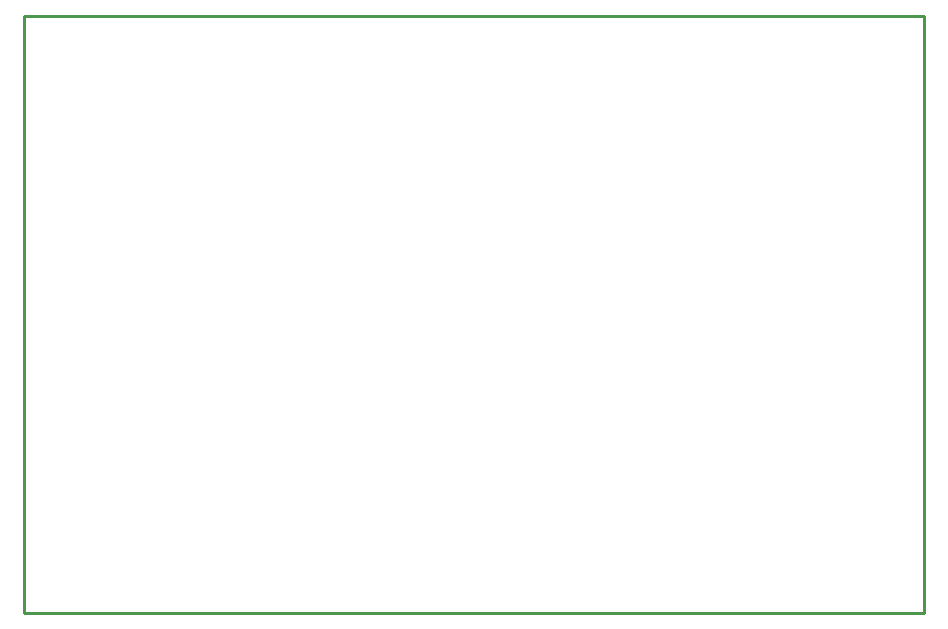
<source format=gbr>
G04 EAGLE Gerber RS-274X export*
G75*
%MOMM*%
%FSLAX34Y34*%
%LPD*%
%IN*%
%IPPOS*%
%AMOC8*
5,1,8,0,0,1.08239X$1,22.5*%
G01*
%ADD10C,0.254000*%


D10*
X0Y0D02*
X761800Y0D01*
X761800Y504700D01*
X0Y504700D01*
X0Y0D01*
M02*

</source>
